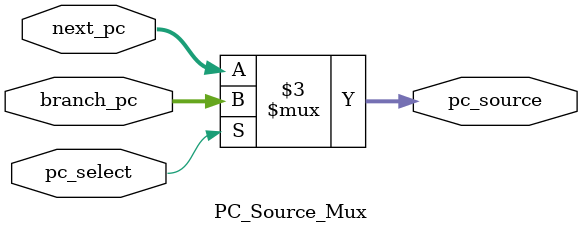
<source format=sv>
`timescale 1ns / 1ps


module PC_Source_Mux(input logic [0:0] pc_select, input logic [31:0] next_pc, input logic [31:0] branch_pc,
output logic [31:0] pc_source
    );

always_comb begin
    if (pc_select) pc_source = branch_pc;
    else pc_source = next_pc;
end        
    
endmodule

</source>
